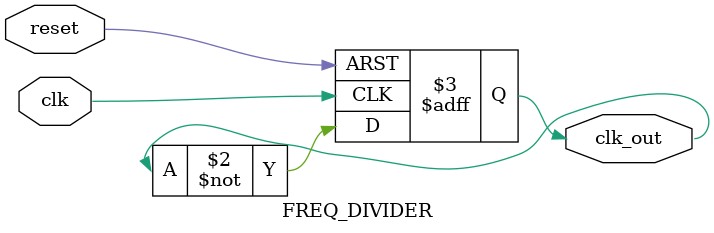
<source format=sv>
module FREQ_DIVIDER (input logic clk, reset,							 
							 output logic clk_out);		
always_ff @(posedge clk, posedge reset)
			if (reset) clk_out=0;
			else clk_out=~clk_out;
endmodule

</source>
